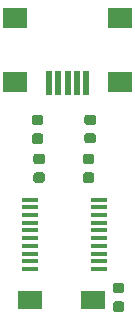
<source format=gtp>
G04 #@! TF.GenerationSoftware,KiCad,Pcbnew,(5.0.0)*
G04 #@! TF.CreationDate,2018-09-15T15:06:13-04:00*
G04 #@! TF.ProjectId,STMPod,53544D506F642E6B696361645F706362,rev?*
G04 #@! TF.SameCoordinates,Original*
G04 #@! TF.FileFunction,Paste,Top*
G04 #@! TF.FilePolarity,Positive*
%FSLAX46Y46*%
G04 Gerber Fmt 4.6, Leading zero omitted, Abs format (unit mm)*
G04 Created by KiCad (PCBNEW (5.0.0)) date 09/15/18 15:06:13*
%MOMM*%
%LPD*%
G01*
G04 APERTURE LIST*
%ADD10R,2.000000X1.600000*%
%ADD11R,1.450000X0.450000*%
%ADD12R,0.500000X2.000000*%
%ADD13R,2.000000X1.700000*%
%ADD14C,0.100000*%
%ADD15C,0.875000*%
G04 APERTURE END LIST*
D10*
G04 #@! TO.C,SW1*
X172306000Y-97028000D03*
X177706000Y-97028000D03*
G04 #@! TD*
D11*
G04 #@! TO.C,U1*
X178210000Y-94365000D03*
X178210000Y-93715000D03*
X178210000Y-93065000D03*
X178210000Y-92415000D03*
X178210000Y-91765000D03*
X178210000Y-91115000D03*
X178210000Y-90465000D03*
X178210000Y-89815000D03*
X178210000Y-89165000D03*
X178210000Y-88515000D03*
X172310000Y-88515000D03*
X172310000Y-89165000D03*
X172310000Y-89815000D03*
X172310000Y-90465000D03*
X172310000Y-91115000D03*
X172310000Y-91765000D03*
X172310000Y-92415000D03*
X172310000Y-93065000D03*
X172310000Y-93715000D03*
X172310000Y-94365000D03*
G04 #@! TD*
D12*
G04 #@! TO.C,J4*
X177114000Y-78646000D03*
X176314000Y-78646000D03*
X175514000Y-78646000D03*
X174714000Y-78646000D03*
X173914000Y-78646000D03*
D13*
X179964000Y-78546000D03*
X179964000Y-73096000D03*
X171064000Y-78546000D03*
X171064000Y-73096000D03*
G04 #@! TD*
D14*
G04 #@! TO.C,R2*
G36*
X180109691Y-95550053D02*
X180130926Y-95553203D01*
X180151750Y-95558419D01*
X180171962Y-95565651D01*
X180191368Y-95574830D01*
X180209781Y-95585866D01*
X180227024Y-95598654D01*
X180242930Y-95613070D01*
X180257346Y-95628976D01*
X180270134Y-95646219D01*
X180281170Y-95664632D01*
X180290349Y-95684038D01*
X180297581Y-95704250D01*
X180302797Y-95725074D01*
X180305947Y-95746309D01*
X180307000Y-95767750D01*
X180307000Y-96205250D01*
X180305947Y-96226691D01*
X180302797Y-96247926D01*
X180297581Y-96268750D01*
X180290349Y-96288962D01*
X180281170Y-96308368D01*
X180270134Y-96326781D01*
X180257346Y-96344024D01*
X180242930Y-96359930D01*
X180227024Y-96374346D01*
X180209781Y-96387134D01*
X180191368Y-96398170D01*
X180171962Y-96407349D01*
X180151750Y-96414581D01*
X180130926Y-96419797D01*
X180109691Y-96422947D01*
X180088250Y-96424000D01*
X179575750Y-96424000D01*
X179554309Y-96422947D01*
X179533074Y-96419797D01*
X179512250Y-96414581D01*
X179492038Y-96407349D01*
X179472632Y-96398170D01*
X179454219Y-96387134D01*
X179436976Y-96374346D01*
X179421070Y-96359930D01*
X179406654Y-96344024D01*
X179393866Y-96326781D01*
X179382830Y-96308368D01*
X179373651Y-96288962D01*
X179366419Y-96268750D01*
X179361203Y-96247926D01*
X179358053Y-96226691D01*
X179357000Y-96205250D01*
X179357000Y-95767750D01*
X179358053Y-95746309D01*
X179361203Y-95725074D01*
X179366419Y-95704250D01*
X179373651Y-95684038D01*
X179382830Y-95664632D01*
X179393866Y-95646219D01*
X179406654Y-95628976D01*
X179421070Y-95613070D01*
X179436976Y-95598654D01*
X179454219Y-95585866D01*
X179472632Y-95574830D01*
X179492038Y-95565651D01*
X179512250Y-95558419D01*
X179533074Y-95553203D01*
X179554309Y-95550053D01*
X179575750Y-95549000D01*
X180088250Y-95549000D01*
X180109691Y-95550053D01*
X180109691Y-95550053D01*
G37*
D15*
X179832000Y-95986500D03*
D14*
G36*
X180109691Y-97125053D02*
X180130926Y-97128203D01*
X180151750Y-97133419D01*
X180171962Y-97140651D01*
X180191368Y-97149830D01*
X180209781Y-97160866D01*
X180227024Y-97173654D01*
X180242930Y-97188070D01*
X180257346Y-97203976D01*
X180270134Y-97221219D01*
X180281170Y-97239632D01*
X180290349Y-97259038D01*
X180297581Y-97279250D01*
X180302797Y-97300074D01*
X180305947Y-97321309D01*
X180307000Y-97342750D01*
X180307000Y-97780250D01*
X180305947Y-97801691D01*
X180302797Y-97822926D01*
X180297581Y-97843750D01*
X180290349Y-97863962D01*
X180281170Y-97883368D01*
X180270134Y-97901781D01*
X180257346Y-97919024D01*
X180242930Y-97934930D01*
X180227024Y-97949346D01*
X180209781Y-97962134D01*
X180191368Y-97973170D01*
X180171962Y-97982349D01*
X180151750Y-97989581D01*
X180130926Y-97994797D01*
X180109691Y-97997947D01*
X180088250Y-97999000D01*
X179575750Y-97999000D01*
X179554309Y-97997947D01*
X179533074Y-97994797D01*
X179512250Y-97989581D01*
X179492038Y-97982349D01*
X179472632Y-97973170D01*
X179454219Y-97962134D01*
X179436976Y-97949346D01*
X179421070Y-97934930D01*
X179406654Y-97919024D01*
X179393866Y-97901781D01*
X179382830Y-97883368D01*
X179373651Y-97863962D01*
X179366419Y-97843750D01*
X179361203Y-97822926D01*
X179358053Y-97801691D01*
X179357000Y-97780250D01*
X179357000Y-97342750D01*
X179358053Y-97321309D01*
X179361203Y-97300074D01*
X179366419Y-97279250D01*
X179373651Y-97259038D01*
X179382830Y-97239632D01*
X179393866Y-97221219D01*
X179406654Y-97203976D01*
X179421070Y-97188070D01*
X179436976Y-97173654D01*
X179454219Y-97160866D01*
X179472632Y-97149830D01*
X179492038Y-97140651D01*
X179512250Y-97133419D01*
X179533074Y-97128203D01*
X179554309Y-97125053D01*
X179575750Y-97124000D01*
X180088250Y-97124000D01*
X180109691Y-97125053D01*
X180109691Y-97125053D01*
G37*
D15*
X179832000Y-97561500D03*
G04 #@! TD*
D14*
G04 #@! TO.C,R3*
G36*
X173251691Y-81326053D02*
X173272926Y-81329203D01*
X173293750Y-81334419D01*
X173313962Y-81341651D01*
X173333368Y-81350830D01*
X173351781Y-81361866D01*
X173369024Y-81374654D01*
X173384930Y-81389070D01*
X173399346Y-81404976D01*
X173412134Y-81422219D01*
X173423170Y-81440632D01*
X173432349Y-81460038D01*
X173439581Y-81480250D01*
X173444797Y-81501074D01*
X173447947Y-81522309D01*
X173449000Y-81543750D01*
X173449000Y-81981250D01*
X173447947Y-82002691D01*
X173444797Y-82023926D01*
X173439581Y-82044750D01*
X173432349Y-82064962D01*
X173423170Y-82084368D01*
X173412134Y-82102781D01*
X173399346Y-82120024D01*
X173384930Y-82135930D01*
X173369024Y-82150346D01*
X173351781Y-82163134D01*
X173333368Y-82174170D01*
X173313962Y-82183349D01*
X173293750Y-82190581D01*
X173272926Y-82195797D01*
X173251691Y-82198947D01*
X173230250Y-82200000D01*
X172717750Y-82200000D01*
X172696309Y-82198947D01*
X172675074Y-82195797D01*
X172654250Y-82190581D01*
X172634038Y-82183349D01*
X172614632Y-82174170D01*
X172596219Y-82163134D01*
X172578976Y-82150346D01*
X172563070Y-82135930D01*
X172548654Y-82120024D01*
X172535866Y-82102781D01*
X172524830Y-82084368D01*
X172515651Y-82064962D01*
X172508419Y-82044750D01*
X172503203Y-82023926D01*
X172500053Y-82002691D01*
X172499000Y-81981250D01*
X172499000Y-81543750D01*
X172500053Y-81522309D01*
X172503203Y-81501074D01*
X172508419Y-81480250D01*
X172515651Y-81460038D01*
X172524830Y-81440632D01*
X172535866Y-81422219D01*
X172548654Y-81404976D01*
X172563070Y-81389070D01*
X172578976Y-81374654D01*
X172596219Y-81361866D01*
X172614632Y-81350830D01*
X172634038Y-81341651D01*
X172654250Y-81334419D01*
X172675074Y-81329203D01*
X172696309Y-81326053D01*
X172717750Y-81325000D01*
X173230250Y-81325000D01*
X173251691Y-81326053D01*
X173251691Y-81326053D01*
G37*
D15*
X172974000Y-81762500D03*
D14*
G36*
X173251691Y-82901053D02*
X173272926Y-82904203D01*
X173293750Y-82909419D01*
X173313962Y-82916651D01*
X173333368Y-82925830D01*
X173351781Y-82936866D01*
X173369024Y-82949654D01*
X173384930Y-82964070D01*
X173399346Y-82979976D01*
X173412134Y-82997219D01*
X173423170Y-83015632D01*
X173432349Y-83035038D01*
X173439581Y-83055250D01*
X173444797Y-83076074D01*
X173447947Y-83097309D01*
X173449000Y-83118750D01*
X173449000Y-83556250D01*
X173447947Y-83577691D01*
X173444797Y-83598926D01*
X173439581Y-83619750D01*
X173432349Y-83639962D01*
X173423170Y-83659368D01*
X173412134Y-83677781D01*
X173399346Y-83695024D01*
X173384930Y-83710930D01*
X173369024Y-83725346D01*
X173351781Y-83738134D01*
X173333368Y-83749170D01*
X173313962Y-83758349D01*
X173293750Y-83765581D01*
X173272926Y-83770797D01*
X173251691Y-83773947D01*
X173230250Y-83775000D01*
X172717750Y-83775000D01*
X172696309Y-83773947D01*
X172675074Y-83770797D01*
X172654250Y-83765581D01*
X172634038Y-83758349D01*
X172614632Y-83749170D01*
X172596219Y-83738134D01*
X172578976Y-83725346D01*
X172563070Y-83710930D01*
X172548654Y-83695024D01*
X172535866Y-83677781D01*
X172524830Y-83659368D01*
X172515651Y-83639962D01*
X172508419Y-83619750D01*
X172503203Y-83598926D01*
X172500053Y-83577691D01*
X172499000Y-83556250D01*
X172499000Y-83118750D01*
X172500053Y-83097309D01*
X172503203Y-83076074D01*
X172508419Y-83055250D01*
X172515651Y-83035038D01*
X172524830Y-83015632D01*
X172535866Y-82997219D01*
X172548654Y-82979976D01*
X172563070Y-82964070D01*
X172578976Y-82949654D01*
X172596219Y-82936866D01*
X172614632Y-82925830D01*
X172634038Y-82916651D01*
X172654250Y-82909419D01*
X172675074Y-82904203D01*
X172696309Y-82901053D01*
X172717750Y-82900000D01*
X173230250Y-82900000D01*
X173251691Y-82901053D01*
X173251691Y-82901053D01*
G37*
D15*
X172974000Y-83337500D03*
G04 #@! TD*
D14*
G04 #@! TO.C,R4*
G36*
X177696691Y-82875553D02*
X177717926Y-82878703D01*
X177738750Y-82883919D01*
X177758962Y-82891151D01*
X177778368Y-82900330D01*
X177796781Y-82911366D01*
X177814024Y-82924154D01*
X177829930Y-82938570D01*
X177844346Y-82954476D01*
X177857134Y-82971719D01*
X177868170Y-82990132D01*
X177877349Y-83009538D01*
X177884581Y-83029750D01*
X177889797Y-83050574D01*
X177892947Y-83071809D01*
X177894000Y-83093250D01*
X177894000Y-83530750D01*
X177892947Y-83552191D01*
X177889797Y-83573426D01*
X177884581Y-83594250D01*
X177877349Y-83614462D01*
X177868170Y-83633868D01*
X177857134Y-83652281D01*
X177844346Y-83669524D01*
X177829930Y-83685430D01*
X177814024Y-83699846D01*
X177796781Y-83712634D01*
X177778368Y-83723670D01*
X177758962Y-83732849D01*
X177738750Y-83740081D01*
X177717926Y-83745297D01*
X177696691Y-83748447D01*
X177675250Y-83749500D01*
X177162750Y-83749500D01*
X177141309Y-83748447D01*
X177120074Y-83745297D01*
X177099250Y-83740081D01*
X177079038Y-83732849D01*
X177059632Y-83723670D01*
X177041219Y-83712634D01*
X177023976Y-83699846D01*
X177008070Y-83685430D01*
X176993654Y-83669524D01*
X176980866Y-83652281D01*
X176969830Y-83633868D01*
X176960651Y-83614462D01*
X176953419Y-83594250D01*
X176948203Y-83573426D01*
X176945053Y-83552191D01*
X176944000Y-83530750D01*
X176944000Y-83093250D01*
X176945053Y-83071809D01*
X176948203Y-83050574D01*
X176953419Y-83029750D01*
X176960651Y-83009538D01*
X176969830Y-82990132D01*
X176980866Y-82971719D01*
X176993654Y-82954476D01*
X177008070Y-82938570D01*
X177023976Y-82924154D01*
X177041219Y-82911366D01*
X177059632Y-82900330D01*
X177079038Y-82891151D01*
X177099250Y-82883919D01*
X177120074Y-82878703D01*
X177141309Y-82875553D01*
X177162750Y-82874500D01*
X177675250Y-82874500D01*
X177696691Y-82875553D01*
X177696691Y-82875553D01*
G37*
D15*
X177419000Y-83312000D03*
D14*
G36*
X177696691Y-81300553D02*
X177717926Y-81303703D01*
X177738750Y-81308919D01*
X177758962Y-81316151D01*
X177778368Y-81325330D01*
X177796781Y-81336366D01*
X177814024Y-81349154D01*
X177829930Y-81363570D01*
X177844346Y-81379476D01*
X177857134Y-81396719D01*
X177868170Y-81415132D01*
X177877349Y-81434538D01*
X177884581Y-81454750D01*
X177889797Y-81475574D01*
X177892947Y-81496809D01*
X177894000Y-81518250D01*
X177894000Y-81955750D01*
X177892947Y-81977191D01*
X177889797Y-81998426D01*
X177884581Y-82019250D01*
X177877349Y-82039462D01*
X177868170Y-82058868D01*
X177857134Y-82077281D01*
X177844346Y-82094524D01*
X177829930Y-82110430D01*
X177814024Y-82124846D01*
X177796781Y-82137634D01*
X177778368Y-82148670D01*
X177758962Y-82157849D01*
X177738750Y-82165081D01*
X177717926Y-82170297D01*
X177696691Y-82173447D01*
X177675250Y-82174500D01*
X177162750Y-82174500D01*
X177141309Y-82173447D01*
X177120074Y-82170297D01*
X177099250Y-82165081D01*
X177079038Y-82157849D01*
X177059632Y-82148670D01*
X177041219Y-82137634D01*
X177023976Y-82124846D01*
X177008070Y-82110430D01*
X176993654Y-82094524D01*
X176980866Y-82077281D01*
X176969830Y-82058868D01*
X176960651Y-82039462D01*
X176953419Y-82019250D01*
X176948203Y-81998426D01*
X176945053Y-81977191D01*
X176944000Y-81955750D01*
X176944000Y-81518250D01*
X176945053Y-81496809D01*
X176948203Y-81475574D01*
X176953419Y-81454750D01*
X176960651Y-81434538D01*
X176969830Y-81415132D01*
X176980866Y-81396719D01*
X176993654Y-81379476D01*
X177008070Y-81363570D01*
X177023976Y-81349154D01*
X177041219Y-81336366D01*
X177059632Y-81325330D01*
X177079038Y-81316151D01*
X177099250Y-81308919D01*
X177120074Y-81303703D01*
X177141309Y-81300553D01*
X177162750Y-81299500D01*
X177675250Y-81299500D01*
X177696691Y-81300553D01*
X177696691Y-81300553D01*
G37*
D15*
X177419000Y-81737000D03*
G04 #@! TD*
D14*
G04 #@! TO.C,D1*
G36*
X173378691Y-84628053D02*
X173399926Y-84631203D01*
X173420750Y-84636419D01*
X173440962Y-84643651D01*
X173460368Y-84652830D01*
X173478781Y-84663866D01*
X173496024Y-84676654D01*
X173511930Y-84691070D01*
X173526346Y-84706976D01*
X173539134Y-84724219D01*
X173550170Y-84742632D01*
X173559349Y-84762038D01*
X173566581Y-84782250D01*
X173571797Y-84803074D01*
X173574947Y-84824309D01*
X173576000Y-84845750D01*
X173576000Y-85283250D01*
X173574947Y-85304691D01*
X173571797Y-85325926D01*
X173566581Y-85346750D01*
X173559349Y-85366962D01*
X173550170Y-85386368D01*
X173539134Y-85404781D01*
X173526346Y-85422024D01*
X173511930Y-85437930D01*
X173496024Y-85452346D01*
X173478781Y-85465134D01*
X173460368Y-85476170D01*
X173440962Y-85485349D01*
X173420750Y-85492581D01*
X173399926Y-85497797D01*
X173378691Y-85500947D01*
X173357250Y-85502000D01*
X172844750Y-85502000D01*
X172823309Y-85500947D01*
X172802074Y-85497797D01*
X172781250Y-85492581D01*
X172761038Y-85485349D01*
X172741632Y-85476170D01*
X172723219Y-85465134D01*
X172705976Y-85452346D01*
X172690070Y-85437930D01*
X172675654Y-85422024D01*
X172662866Y-85404781D01*
X172651830Y-85386368D01*
X172642651Y-85366962D01*
X172635419Y-85346750D01*
X172630203Y-85325926D01*
X172627053Y-85304691D01*
X172626000Y-85283250D01*
X172626000Y-84845750D01*
X172627053Y-84824309D01*
X172630203Y-84803074D01*
X172635419Y-84782250D01*
X172642651Y-84762038D01*
X172651830Y-84742632D01*
X172662866Y-84724219D01*
X172675654Y-84706976D01*
X172690070Y-84691070D01*
X172705976Y-84676654D01*
X172723219Y-84663866D01*
X172741632Y-84652830D01*
X172761038Y-84643651D01*
X172781250Y-84636419D01*
X172802074Y-84631203D01*
X172823309Y-84628053D01*
X172844750Y-84627000D01*
X173357250Y-84627000D01*
X173378691Y-84628053D01*
X173378691Y-84628053D01*
G37*
D15*
X173101000Y-85064500D03*
D14*
G36*
X173378691Y-86203053D02*
X173399926Y-86206203D01*
X173420750Y-86211419D01*
X173440962Y-86218651D01*
X173460368Y-86227830D01*
X173478781Y-86238866D01*
X173496024Y-86251654D01*
X173511930Y-86266070D01*
X173526346Y-86281976D01*
X173539134Y-86299219D01*
X173550170Y-86317632D01*
X173559349Y-86337038D01*
X173566581Y-86357250D01*
X173571797Y-86378074D01*
X173574947Y-86399309D01*
X173576000Y-86420750D01*
X173576000Y-86858250D01*
X173574947Y-86879691D01*
X173571797Y-86900926D01*
X173566581Y-86921750D01*
X173559349Y-86941962D01*
X173550170Y-86961368D01*
X173539134Y-86979781D01*
X173526346Y-86997024D01*
X173511930Y-87012930D01*
X173496024Y-87027346D01*
X173478781Y-87040134D01*
X173460368Y-87051170D01*
X173440962Y-87060349D01*
X173420750Y-87067581D01*
X173399926Y-87072797D01*
X173378691Y-87075947D01*
X173357250Y-87077000D01*
X172844750Y-87077000D01*
X172823309Y-87075947D01*
X172802074Y-87072797D01*
X172781250Y-87067581D01*
X172761038Y-87060349D01*
X172741632Y-87051170D01*
X172723219Y-87040134D01*
X172705976Y-87027346D01*
X172690070Y-87012930D01*
X172675654Y-86997024D01*
X172662866Y-86979781D01*
X172651830Y-86961368D01*
X172642651Y-86941962D01*
X172635419Y-86921750D01*
X172630203Y-86900926D01*
X172627053Y-86879691D01*
X172626000Y-86858250D01*
X172626000Y-86420750D01*
X172627053Y-86399309D01*
X172630203Y-86378074D01*
X172635419Y-86357250D01*
X172642651Y-86337038D01*
X172651830Y-86317632D01*
X172662866Y-86299219D01*
X172675654Y-86281976D01*
X172690070Y-86266070D01*
X172705976Y-86251654D01*
X172723219Y-86238866D01*
X172741632Y-86227830D01*
X172761038Y-86218651D01*
X172781250Y-86211419D01*
X172802074Y-86206203D01*
X172823309Y-86203053D01*
X172844750Y-86202000D01*
X173357250Y-86202000D01*
X173378691Y-86203053D01*
X173378691Y-86203053D01*
G37*
D15*
X173101000Y-86639500D03*
G04 #@! TD*
D14*
G04 #@! TO.C,D2*
G36*
X177569691Y-86203053D02*
X177590926Y-86206203D01*
X177611750Y-86211419D01*
X177631962Y-86218651D01*
X177651368Y-86227830D01*
X177669781Y-86238866D01*
X177687024Y-86251654D01*
X177702930Y-86266070D01*
X177717346Y-86281976D01*
X177730134Y-86299219D01*
X177741170Y-86317632D01*
X177750349Y-86337038D01*
X177757581Y-86357250D01*
X177762797Y-86378074D01*
X177765947Y-86399309D01*
X177767000Y-86420750D01*
X177767000Y-86858250D01*
X177765947Y-86879691D01*
X177762797Y-86900926D01*
X177757581Y-86921750D01*
X177750349Y-86941962D01*
X177741170Y-86961368D01*
X177730134Y-86979781D01*
X177717346Y-86997024D01*
X177702930Y-87012930D01*
X177687024Y-87027346D01*
X177669781Y-87040134D01*
X177651368Y-87051170D01*
X177631962Y-87060349D01*
X177611750Y-87067581D01*
X177590926Y-87072797D01*
X177569691Y-87075947D01*
X177548250Y-87077000D01*
X177035750Y-87077000D01*
X177014309Y-87075947D01*
X176993074Y-87072797D01*
X176972250Y-87067581D01*
X176952038Y-87060349D01*
X176932632Y-87051170D01*
X176914219Y-87040134D01*
X176896976Y-87027346D01*
X176881070Y-87012930D01*
X176866654Y-86997024D01*
X176853866Y-86979781D01*
X176842830Y-86961368D01*
X176833651Y-86941962D01*
X176826419Y-86921750D01*
X176821203Y-86900926D01*
X176818053Y-86879691D01*
X176817000Y-86858250D01*
X176817000Y-86420750D01*
X176818053Y-86399309D01*
X176821203Y-86378074D01*
X176826419Y-86357250D01*
X176833651Y-86337038D01*
X176842830Y-86317632D01*
X176853866Y-86299219D01*
X176866654Y-86281976D01*
X176881070Y-86266070D01*
X176896976Y-86251654D01*
X176914219Y-86238866D01*
X176932632Y-86227830D01*
X176952038Y-86218651D01*
X176972250Y-86211419D01*
X176993074Y-86206203D01*
X177014309Y-86203053D01*
X177035750Y-86202000D01*
X177548250Y-86202000D01*
X177569691Y-86203053D01*
X177569691Y-86203053D01*
G37*
D15*
X177292000Y-86639500D03*
D14*
G36*
X177569691Y-84628053D02*
X177590926Y-84631203D01*
X177611750Y-84636419D01*
X177631962Y-84643651D01*
X177651368Y-84652830D01*
X177669781Y-84663866D01*
X177687024Y-84676654D01*
X177702930Y-84691070D01*
X177717346Y-84706976D01*
X177730134Y-84724219D01*
X177741170Y-84742632D01*
X177750349Y-84762038D01*
X177757581Y-84782250D01*
X177762797Y-84803074D01*
X177765947Y-84824309D01*
X177767000Y-84845750D01*
X177767000Y-85283250D01*
X177765947Y-85304691D01*
X177762797Y-85325926D01*
X177757581Y-85346750D01*
X177750349Y-85366962D01*
X177741170Y-85386368D01*
X177730134Y-85404781D01*
X177717346Y-85422024D01*
X177702930Y-85437930D01*
X177687024Y-85452346D01*
X177669781Y-85465134D01*
X177651368Y-85476170D01*
X177631962Y-85485349D01*
X177611750Y-85492581D01*
X177590926Y-85497797D01*
X177569691Y-85500947D01*
X177548250Y-85502000D01*
X177035750Y-85502000D01*
X177014309Y-85500947D01*
X176993074Y-85497797D01*
X176972250Y-85492581D01*
X176952038Y-85485349D01*
X176932632Y-85476170D01*
X176914219Y-85465134D01*
X176896976Y-85452346D01*
X176881070Y-85437930D01*
X176866654Y-85422024D01*
X176853866Y-85404781D01*
X176842830Y-85386368D01*
X176833651Y-85366962D01*
X176826419Y-85346750D01*
X176821203Y-85325926D01*
X176818053Y-85304691D01*
X176817000Y-85283250D01*
X176817000Y-84845750D01*
X176818053Y-84824309D01*
X176821203Y-84803074D01*
X176826419Y-84782250D01*
X176833651Y-84762038D01*
X176842830Y-84742632D01*
X176853866Y-84724219D01*
X176866654Y-84706976D01*
X176881070Y-84691070D01*
X176896976Y-84676654D01*
X176914219Y-84663866D01*
X176932632Y-84652830D01*
X176952038Y-84643651D01*
X176972250Y-84636419D01*
X176993074Y-84631203D01*
X177014309Y-84628053D01*
X177035750Y-84627000D01*
X177548250Y-84627000D01*
X177569691Y-84628053D01*
X177569691Y-84628053D01*
G37*
D15*
X177292000Y-85064500D03*
G04 #@! TD*
M02*

</source>
